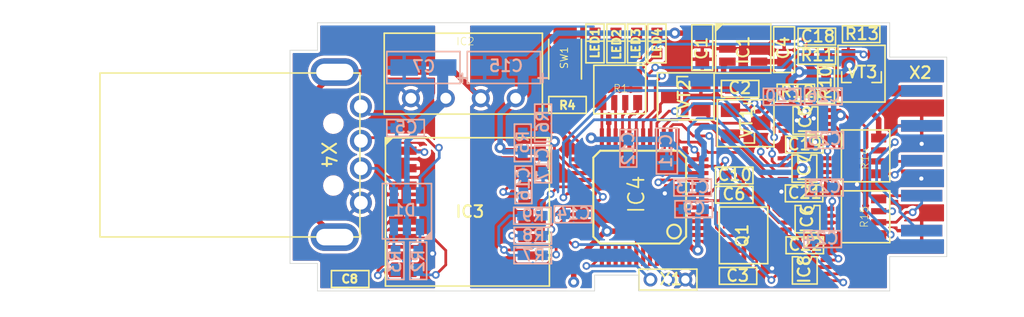
<source format=kicad_pcb>
(kicad_pcb (version 20211014) (generator pcbnew)
  (layers (0 "F.Cu" signal) (31 "B.Cu" signal) (34 "B.Paste" user) (35 "F.Paste" user) (36 "B.SilkS" user "B.Silkscreen") (37 "F.SilkS" user "F.Silkscreen") (38 "B.Mask" user) (39 "F.Mask" user) (44 "Edge.Cuts" user))
  (net 0 "")
  (net 1 "GND")
  (net 2 "+3V3")
  (net 3 "GND1")
  (net 4 "+5V")
  (net 8 "Net-(C3-Pad1)")
  (net 9 "Net-(C6-Pad1)")
  (net 10 "/RST")
  (net 12 "/ITMS_DIR")
  (net 13 "/IRST")
  (net 14 "/ITDI")
  (net 15 "/ITMS")
  (net 16 "/ITCK")
  (net 17 "/ITDO")
  (net 18 "/IRST_SENSE")
  (net 19 "Net-(C18-Pad1)")
  (net 20 "/PWR_BR")
  (net 21 "/LED0")
  (net 22 "/LED1")
  (net 23 "/LED2")
  (net 24 "Net-(IC4-Pad25)")
  (net 25 "/VBUS")
  (net 28 "Net-(IC4-Pad29)")
  (net 29 "/ITXD")
  (net 30 "/IRXD")
  (net 31 "Net-(IC4-Pad32)")
  (net 32 "Net-(IC4-Pad33)")
  (net 33 "/SWDIO")
  (net 34 "/SWCLK")
  (net 40 "Net-(D1-Pad4)")
  (net 41 "Net-(D1-Pad6)")
  (net 42 "Net-(C5-Pad1)")
  (net 43 "Net-(C2-Pad1)")
  (net 44 "Net-(C8-Pad1)")
  (net 45 "Net-(C16-Pad1)")
  (net 46 "Net-(C23-Pad1)")
  (net 47 "Net-(D1-Pad1)")
  (net 48 "Net-(D1-Pad3)")
  (net 49 "Net-(IC3-Pad6)")
  (net 50 "Net-(IC3-Pad7)")
  (net 51 "/BMP_D+")
  (net 52 "/BMP_D-")
  (net 53 "Net-(IC5-Pad6)")
  (net 54 "Net-(IC6-Pad6)")
  (net 55 "Net-(IC6-Pad7)")
  (net 56 "Net-(IC7-Pad6)")
  (net 57 "Net-(IC7-Pad7)")
  (net 58 "Net-(IC8-Pad6)")
  (net 59 "Net-(LED1-Pad1)")
  (net 60 "Net-(LED2-Pad1)")
  (net 61 "Net-(LED3-Pad1)")
  (net 62 "Net-(LED4-Pad1)")
  (net 63 "/TPWR")
  (net 64 "Net-(R12-Pad1)")
  (net 65 "/TTDO")
  (net 66 "/TTXD")
  (net 67 "/TRST")
  (net 68 "/TTMS")
  (net 69 "/TTDI")
  (net 70 "/TTCK")
  (net 71 "/TRXD")
  (footprint "BMP2_Railgun:0402" (layer "F.Cu") (at 97.225 105.4)
    (fp_text reference "C10")
    (fp_text value "0.1")
  )
  (footprint "BMP2_Railgun:0402" (layer "F.Cu") (at 97.5 112.7 180)
    (fp_text reference "C3")
    (fp_text value "22")
  )
  (footprint "BMP2_Railgun:S-PDSO-G8" (layer "F.Cu") (at 102.35 112.3)
    (fp_text reference "IC8")
    (fp_text value "74AVC2T45DCU")
  )
  (footprint "BMP2_Railgun:0402" (layer "F.Cu") (at 102.35 110.475)
    (fp_text reference "C22")
    (fp_text value "0.1")
  )
  (footprint "BMP2_Railgun:3225" (layer "F.Cu") (at 97.9 109.75 -90)
    (fp_text reference "Q1")
    (fp_text value "8MHz")
  )
  (footprint "BMP2_Railgun:0603" (layer "F.Cu") (at 94.9 96.1 -90)
    (fp_text reference "C1")
    (fp_text value "4.7u")
  )
  (footprint "BMP2_Railgun:ARRAY_0603" (layer "F.Cu") (at 88.9 99.15)
    (fp_text reference "R1")
    (fp_text value "330")
  )
  (footprint "BMP2_Railgun:4SIP" (layer "F.Cu") (at 77.525 99.785)
    (fp_text reference "IC2")
    (fp_text value "B0505S-1W")
  )
  (footprint "bmp_entropia:TQFP48" (layer "F.Cu") (at 90.35 106.975 90)
    (fp_text reference "IC4")
    (fp_text value "STM32F103CU")
  )
  (footprint "BMP2_Railgun:0402" (layer "F.Cu") (at 97.65 99.1)
    (fp_text reference "C2")
    (fp_text value "0.1")
  )
  (footprint "BMP2_Railgun:B3U-1000P" (layer "F.Cu") (at 84.925 96.945 90)
    (fp_text reference "SW1")
    (fp_text value "B3U-1000P")
  )
  (footprint "BMP2_Railgun:0402" (layer "F.Cu") (at 85.1 100.27 180)
    (fp_text reference "R4")
    (fp_text value "10k")
  )
  (footprint "BMP2_Railgun:SOT23" (layer "F.Cu") (at 93.7 99.65 90)
    (fp_text reference "VT2")
    (fp_text value "IRLML2502")
  )
  (footprint "BMP2_Railgun:LED0603" (layer "F.Cu") (at 90.125 95.8 90)
    (fp_text reference "LED3")
    (fp_text value "ORANGE")
  )
  (footprint "BMP2_Railgun:LED0603" (layer "F.Cu") (at 87.1 95.8 90)
    (fp_text reference "LED1")
    (fp_text value "GREEN")
  )
  (footprint "BMP2_Railgun:0402" (layer "F.Cu") (at 102.3 106.7)
    (fp_text reference "C21")
    (fp_text value "0.1")
  )
  (footprint "BMP2_Railgun:S-PDSO-G8" (layer "F.Cu") (at 102.55 108.575)
    (fp_text reference "IC6")
    (fp_text value "74AVC2T45DCU")
  )
  (footprint "BMP2_Railgun:0402" (layer "F.Cu") (at 101.7 99.375)
    (fp_text reference "R12")
    (fp_text value "10k")
  )
  (footprint "BMP2_Railgun:0402" (layer "F.Cu") (at 103.225 96.7)
    (fp_text reference "R11")
    (fp_text value "10k")
  )
  (footprint "BMP2_Railgun:S-PDSO-G8" (layer "F.Cu") (at 102.325 104.9)
    (fp_text reference "IC7")
    (fp_text value "74AVC2T45DCU")
  )
  (footprint "BMP2_Railgun:0402" (layer "F.Cu") (at 103.225 95.3)
    (fp_text reference "C18")
    (fp_text value "0.1")
  )
  (footprint "BMP2_Railgun:SOT23-5L" (layer "F.Cu") (at 97.875 96.175 -90)
    (fp_text reference "IC1")
    (fp_text value "LK112M33")
  )
  (footprint "BMP2_Railgun:0402" (layer "F.Cu") (at 69.3 112.925 180)
    (fp_text reference "C8")
    (fp_text value "0.1")
  )
  (footprint "BMP2_Railgun:0402" (layer "F.Cu") (at 106.45 95.125)
    (fp_text reference "R13")
    (fp_text value "10k")
  )
  (footprint "BMP2_Railgun:ARRAY_0603" (layer "F.Cu") (at 106.775 108.4 -90)
    (fp_text reference "R15")
    (fp_text value "100")
  )
  (footprint "BMP2_Railgun:ARRAY_0603" (layer "F.Cu") (at 106.775 103.975 -90)
    (fp_text reference "R14")
    (fp_text value "100")
  )
  (footprint "BMP2_Railgun:USB-A-TH_48037-0001" (layer "F.Cu") (at 70.08 103.88 -90)
    (fp_text reference "X4")
    (fp_text value "USB_A-MALE")
  )
  (footprint "BMP2_Railgun:SOT23" (layer "F.Cu") (at 98.05 101.6 -90)
    (fp_text reference "VT1")
    (fp_text value "IRLML2502")
  )
  (footprint "BMP2_Railgun:0402" (layer "F.Cu") (at 103.9 98.8 90)
    (fp_text reference "R10")
    (fp_text value "4.7k")
  )
  (footprint "BMP2_Railgun:0603" (layer "F.Cu") (at 100.85 96.25 90)
    (fp_text reference "C4")
    (fp_text value "4.7u")
  )
  (footprint "BMP2_Railgun:S-PDSO-G8" (layer "F.Cu") (at 102.4 101.4)
    (fp_text reference "IC5")
    (fp_text value "74AVC2T45DCU")
  )
  (footprint "BMP2_Railgun:LED0603" (layer "F.Cu") (at 88.625 95.8 90)
    (fp_text reference "LED2")
    (fp_text value "RED")
  )
  (footprint "BMP2_Railgun:IDC-10(FACE)" (layer "F.Cu") (at 109.58 104.33)
    (fp_text reference "X2")
    (fp_text value "TARGET SWD/JTAG")
  )
  (footprint "BMP2_Railgun:SO-16W" (layer "F.Cu") (at 77.825 108.045)
    (fp_text reference "IC3")
    (fp_text value "ADUM4160")
  )
  (footprint "BMP2_Railgun:PH1X03_1.27" (layer "F.Cu") (at 92.4 112.97)
    (fp_text reference "X1")
    (fp_text value "SWD")
  )
  (footprint "BMP2_Railgun:0402" (layer "F.Cu") (at 102.325 103.15)
    (fp_text reference "C19")
    (fp_text value "0.1")
  )
  (footprint "BMP2_Railgun:LED0603" (layer "F.Cu") (at 91.6 95.8 90)
    (fp_text reference "LED4")
    (fp_text value "YELLOW")
  )
  (footprint "BMP2_Railgun:0402" (layer "F.Cu") (at 97.225 106.8)
    (fp_text reference "C6")
    (fp_text value "22")
  )
  (footprint "BMP2_Railgun:SOT23" (layer "F.Cu") (at 106.475 98 180)
    (fp_text reference "VT3")
    (fp_text value "IRLML6402")
  )
  (footprint "BMP2_Railgun:C3216_A" (layer "B.Cu") (at 80.475 97.55)
    (fp_text reference "C15")
    (fp_text value "16u*10V")
  )
  (footprint "BMP2_Railgun:0402" (layer "B.Cu") (at 89.525 103.425 -90)
    (fp_text reference "C12")
    (fp_text value "0.1")
  )
  (footprint "BMP2_Railgun:0402" (layer "B.Cu") (at 85.5 108.225 180)
    (fp_text reference "C14")
    (fp_text value "0.1")
  )
  (footprint "BMP2_Railgun:0402" (layer "B.Cu") (at 83.325 101.575 90)
    (fp_text reference "R6")
    (fp_text value "10k")
  )
  (footprint "BMP2_Railgun:0402" (layer "B.Cu") (at 82.575 109.775)
    (fp_text reference "R8")
    (fp_text value "22")
  )
  (footprint "BMP2_Railgun:0402" (layer "B.Cu") (at 81.9 106.075 90)
    (fp_text reference "C16")
    (fp_text value "0.1")
  )
  (footprint "BMP2_Railgun:0402" (layer "B.Cu") (at 103.65 110.025 180)
    (fp_text reference "C24")
    (fp_text value "0.1")
  )
  (footprint "BMP2_Railgun:0402" (layer "B.Cu") (at 74.25 111.6 -90)
    (fp_text reference "R2")
    (fp_text value "22")
  )
  (footprint "BMP2_Railgun:0402" (layer "B.Cu") (at 82.55 108.325)
    (fp_text reference "R9")
    (fp_text value "1.5k")
  )
  (footprint "BMP2_Railgun:0402" (layer "B.Cu") (at 82.575 111.2)
    (fp_text reference "R7")
    (fp_text value "22")
  )
  (footprint "BMP2_Railgun:0603" (layer "B.Cu") (at 92.325 103.625 -90)
    (fp_text reference "C11")
    (fp_text value "1u")
  )
  (footprint "BMP2_Railgun:0402" (layer "B.Cu") (at 94.275 107.85 180)
    (fp_text reference "C9")
    (fp_text value "0.1")
  )
  (footprint "BMP2_Railgun:C3216_A" (layer "B.Cu") (at 74.625 97.55)
    (fp_text reference "C7")
    (fp_text value "16u*10V")
  )
  (footprint "BMP2_Railgun:0402" (layer "B.Cu") (at 103.775 106.275 180)
    (fp_text reference "C23")
    (fp_text value "0.1")
  )
  (footprint "BMP2_Railgun:0402" (layer "B.Cu") (at 73.325 101.95 180)
    (fp_text reference "C5")
    (fp_text value "0.1")
  )
  (footprint "BMP2_Railgun:0402" (layer "B.Cu") (at 72.6 111.6 -90)
    (fp_text reference "R3")
    (fp_text value "22")
  )
  (footprint "BMP2_Railgun:SOT23-6L" (layer "B.Cu") (at 73.425 108 180)
    (fp_text reference "D1")
    (fp_text value "USBLC6-2SC6")
  )
  (footprint "BMP2_Railgun:0402" (layer "B.Cu") (at 103.7 99.65 180)
    (fp_text reference "C26")
    (fp_text value "0.1")
  )
  (footprint "BMP2_Railgun:0402" (layer "B.Cu") (at 83.325 104.575 -90)
    (fp_text reference "C17")
    (fp_text value "0.1")
  )
  (footprint "BMP2_Railgun:0402" (layer "B.Cu") (at 81.85 103.025 90)
    (fp_text reference "R5")
    (fp_text value "4.7k")
  )
  (footprint "BMP2_Railgun:0402" (layer "B.Cu") (at 103.8 102.825 180)
    (fp_text reference "C25")
    (fp_text value "0.1")
  )
  (footprint "BMP2_Railgun:0402" (layer "B.Cu") (at 94.2 106.275 180)
    (fp_text reference "C13")
    (fp_text value "0.1")
  )
  (footprint "BMP2_Railgun:0402" (layer "B.Cu") (at 100.7 99.675 180)
    (fp_text reference "C20")
    (fp_text value "0.1")
  )
  (gr_line (start 64.925 111.795) (end 64.925 96.295) (layer "Edge.Cuts") (width 0.05))
  (gr_line (start 64.925 111.795) (end 66.925 111.795) (layer "Edge.Cuts") (width 0.05))
  (gr_line (start 112.675 111.295) (end 112.675 96.795) (layer "Edge.Cuts") (width 0.05))
  (gr_line (start 66.925 96.295) (end 66.925 94.295) (layer "Edge.Cuts") (width 0.05))
  (gr_line (start 108.525 94.295) (end 90.275 94.295) (layer "Edge.Cuts") (width 0.05))
  (gr_line (start 90.275 112.645) (end 90.275 113.795) (layer "Edge.Cuts") (width 0.05))
  (gr_line (start 66.925 111.795) (end 66.925 113.795) (layer "Edge.Cuts") (width 0.05))
  (gr_line (start 108.525 111.295) (end 108.525 113.795) (layer "Edge.Cuts") (width 0.05))
  (gr_line (start 64.925 96.295) (end 66.925 96.295) (layer "Edge.Cuts") (width 0.05))
  (gr_line (start 112.675 111.295) (end 108.525 111.295) (layer "Edge.Cuts") (width 0.05))
  (gr_line (start 87.075 94.295) (end 66.925 94.295) (layer "Edge.Cuts") (width 0.05))
  (gr_line (start 87.075 113.795) (end 87.075 112.645) (layer "Edge.Cuts") (width 0.05))
  (gr_line (start 66.925 113.795) (end 87.075 113.795) (layer "Edge.Cuts") (width 0.05))
  (gr_line (start 108.525 94.295) (end 108.525 96.795) (layer "Edge.Cuts") (width 0.05))
  (gr_line (start 108.525 96.795) (end 112.675 96.795) (layer "Edge.Cuts") (width 0.05))
  (gr_line (start 87.075 112.645) (end 90.275 112.645) (layer "Edge.Cuts") (width 0.05))
  (gr_line (start 90.275 113.795) (end 108.525 113.795) (layer "Edge.Cuts") (width 0.05))
  (gr_line (start 90.275 94.295) (end 87.075 94.295) (layer "Edge.Cuts") (width 0.05))
  (segment (start 93.495 112.97) (end 93.67 112.97) (width 0.2) (layer "F.Cu") (net 1))
  (segment (start 68.18 97.88) (end 66.65 99.41) (width 0.4) (layer "F.Cu") (net 1))
  (segment (start 76.89 97.88) (end 78.795 99.785) (width 0.4) (layer "F.Cu") (net 1))
  (segment (start 91.1 111.225) (end 91.1 110.2) (width 0.2) (layer "F.Cu") (net 1))
  (segment (start 68.18 97.88) (end 76.89 97.88) (width 0.4) (layer "F.Cu") (net 1))
  (segment (start 92.6 110.175) (end 92.6 111.225) (width 0.2) (layer "F.Cu") (net 1))
  (segment (start 91.275 110.025) (end 92.45 110.025) (width 0.2) (layer "F.Cu") (net 1))
  (segment (start 66.65 108.35) (end 68.18 109.88) (width 0.4) (layer "F.Cu") (net 1))
  (segment (start 92.6 112.075) (end 93.495 112.97) (width 0.2) (layer "F.Cu") (net 1))
  (segment (start 92.45 110.025) (end 92.6 110.175) (width 0.2) (layer "F.Cu") (net 1))
  (segment (start 101.775 101.4) (end 101.775 101.2) (width 0.2) (layer "F.Cu") (net 1))
  (segment (start 92.6 111.225) (end 92.6 112.075) (width 0.2) (layer "F.Cu") (net 1))
  (segment (start 100.8 112.125) (end 100 112.125) (width 0.2) (layer "F.Cu") (net 1))
  (segment (start 91.1 110.2) (end 91.275 110.025) (width 0.2) (layer "F.Cu") (net 1))
  (segment (start 101.775 101.65) (end 101.775 101.4) (width 0.2) (layer "F.Cu") (net 1))
  (segment (start 100.85 102.15) (end 101.275 102.15) (width 0.2) (layer "F.Cu") (net 1))
  (segment (start 101.775 101.2) (end 101.725 101.15) (width 0.2) (layer "F.Cu") (net 1))
  (segment (start 100 112.125) (end 99.975 112.15) (width 0.2) (layer "F.Cu") (net 1))
  (segment (start 101.725 101.15) (end 100.85 101.15) (width 0.2) (layer "F.Cu") (net 1))
  (segment (start 101.275 102.15) (end 101.775 101.65) (width 0.2) (layer "F.Cu") (net 1))
  (segment (start 66.65 99.41) (end 66.65 108.35) (width 0.4) (layer "F.Cu") (net 1))
  (via (at 103 101.25) (size 0.5588) (drill 0.3048) (layers "F.Cu" "B.Cu") (net 1))
  (via (at 100.65 106.575) (size 0.5588) (drill 0.3048) (layers "F.Cu" "B.Cu") (net 1))
  (via (at 101.775 101.4) (size 0.5588) (drill 0.3048) (layers "F.Cu" "B.Cu") (net 1))
  (via (at 110.825 105.625) (size 0.5588) (drill 0.3048) (layers "F.Cu" "B.Cu") (net 1))
  (via (at 103.1 102.975) (size 0.5588) (drill 0.3048) (layers "F.Cu" "B.Cu") (net 1))
  (via (at 106.15 106.05) (size 0.5588) (drill 0.3048) (layers "F.Cu" "B.Cu") (net 1))
  (via (at 99.975 112.15) (size 0.5588) (drill 0.3048) (layers "F.Cu" "B.Cu") (net 1))
  (via (at 110.85 103.1) (size 0.5588) (drill 0.3048) (layers "F.Cu" "B.Cu") (net 1))
  (via (at 92.175 106.7) (size 0.5588) (drill 0.3048) (layers "F.Cu" "B.Cu") (net 1))
  (segment (start 109.55 103.1) (end 108.15 104.5) (width 0.2) (layer "B.Cu") (net 1))
  (segment (start 108.15 105.825) (end 108.4 106.075) (width 0.2) (layer "B.Cu") (net 1))
  (segment (start 108.4 106.075) (end 110.375 106.075) (width 0.2) (layer "B.Cu") (net 1))
  (segment (start 110.85 103.1) (end 109.55 103.1) (width 0.2) (layer "B.Cu") (net 1))
  (segment (start 92.6 106.275) (end 92.175 106.7) (width 0.2) (layer "B.Cu") (net 1))
  (segment (start 108.15 104.5) (end 108.15 105.825) (width 0.2) (layer "B.Cu") (net 1))
  (segment (start 93.55 106.275) (end 92.6 106.275) (width 0.2) (layer "B.Cu") (net 1))
  (segment (start 110.375 106.075) (end 110.825 105.625) (width 0.2) (layer "B.Cu") (net 1))
  (segment (start 94.575 110.825) (end 94.325 110.825) (width 0.4) (layer "F.Cu") (net 2))
  (segment (start 101.075 107.75) (end 101.9 107.75) (width 0.2) (layer "F.Cu") (net 2))
  (segment (start 85.55 111.75) (end 87.45 109.85) (width 0.4) (layer "F.Cu") (net 2))
  (segment (start 89.75 109.5) (end 89.7 109.45) (width 0.4) (layer "F.Cu") (net 2))
  (segment (start 101.375 111.55) (end 101.7 111.225) (width 0.2) (layer "F.Cu") (net 2))
  (segment (start 100.8 111.55) (end 101.375 111.55) (width 0.2) (layer "F.Cu") (net 2))
  (segment (start 93.1 111.225) (end 93.1 109.875) (width 0.2) (layer "F.Cu") (net 2))
  (segment (start 101.7 111.225) (end 101.7 110.475) (width 0.2) (layer "F.Cu") (net 2))
  (segment (start 89.7 109.45) (end 87.975 109.45) (width 0.4) (layer "F.Cu") (net 2))
  (segment (start 93.475 109.725) (end 93.35 109.85) (width 0.2) (layer "F.Cu") (net 2))
  (segment (start 102.35 100.75) (end 102.35 101.725) (width 0.2) (layer "F.Cu") (net 2))
  (segment (start 85.55 113.15) (end 85.55 111.75) (width 0.4) (layer "F.Cu") (net 2))
  (segment (start 101.675 102.4) (end 101.7 102.375) (width 0.4) (layer "F.Cu") (net 2))
  (segment (start 104.1 109.325) (end 101.95 109.325) (width 0.2) (layer "F.Cu") (net 2))
  (segment (start 89.1 111.225) (end 89.6 111.225) (width 0.2) (layer "F.Cu") (net 2))
  (segment (start 85.75 100.27) (end 87.245 100.27) (width 0.4) (layer "F.Cu") (net 2))
  (segment (start 90.1 111.225) (end 90.1 109.5) (width 0.2) (layer "F.Cu") (net 2))
  (segment (start 102.35 101.725) (end 101.925 102.15) (width 0.2) (layer "F.Cu") (net 2))
  (segment (start 87.6 102.725) (end 87.6 100.1) (width 0.2) (layer "F.Cu") (net 2))
  (segment (start 101.675 103.15) (end 101.675 104.075) (width 0.4) (layer "F.Cu") (net 2))
  (segment (start 90.1 109.5) (end 89.75 109.5) (width 0.4) (layer "F.Cu") (net 2))
  (segment (start 92.775 109.5) (end 90.1 109.5) (width 0.4) (layer "F.Cu") (net 2))
  (segment (start 94.6 105.725) (end 91.875 105.725) (width 0.2) (layer "F.Cu") (net 2))
  (segment (start 93.1 109.875) (end 93.125 109.85) (width 0.2) (layer "F.Cu") (net 2))
  (segment (start 86.875 102.725) (end 87.6 102.725) (width 0.2) (layer "F.Cu") (net 2))
  (segment (start 94.6 109.725) (end 93.475 109.725) (width 0.2) (layer "F.Cu") (net 2))
  (segment (start 86.825 102.675) (end 86.875 102.725) (width 0.2) (layer "F.Cu") (net 2))
  (segment (start 87.975 109.45) (end 87.85 109.45) (width 0.4) (layer "F.Cu") (net 2))
  (segment (start 100.775 104.15) (end 100.85 104.075) (width 0.2) (layer "F.Cu") (net 2))
  (segment (start 101.9 110.275) (end 101.7 110.475) (width 0.4) (layer "F.Cu") (net 2))
  (segment (start 101.9 106.95) (end 101.9 107.75) (width 0.4) (layer "F.Cu") (net 2))
  (segment (start 100.85 104.075) (end 101.675 104.075) (width 0.2) (layer "F.Cu") (net 2))
  (segment (start 105.525 95.4) (end 105.525 96.9) (width 0.2) (layer "F.Cu") (net 2))
  (segment (start 101.675 104.075) (end 101.675 106.675) (width 0.4) (layer "F.Cu") (net 2))
  (segment (start 103.95 102.15) (end 101.925 102.15) (width 0.2) (layer "F.Cu") (net 2))
  (segment (start 94.325 110.825) (end 93.35 109.85) (width 0.4) (layer "F.Cu") (net 2))
  (segment (start 90.1 111.225) (end 89.6 111.225) (width 0.2) (layer "F.Cu") (net 2))
  (segment (start 101.95 109.325) (end 101.9 109.375) (width 0.2) (layer "F.Cu") (net 2))
  (segment (start 101.675 103.15) (end 101.675 102.4) (width 0.4) (layer "F.Cu") (net 2))
  (segment (start 101.675 106.675) (end 101.65 106.7) (width 0.4) (layer "F.Cu") (net 2))
  (segment (start 100.825 97.125) (end 100.85 97.1) (width 0.4) (layer "F.Cu") (net 2))
  (segment (start 100.85 97.1) (end 101.175 97.1) (width 0.4) (layer "F.Cu") (net 2))
  (segment (start 86.1 109.725) (end 87.325 109.725) (width 0.2) (layer "F.Cu") (net 2))
  (segment (start 101 107.825) (end 101.075 107.75) (width 0.2) (layer "F.Cu") (net 2))
  (segment (start 91.875 105.725) (end 91.7 105.9) (width 0.2) (layer "F.Cu") (net 2))
  (segment (start 101.925 102.15) (end 101.7 102.375) (width 0.2) (layer "F.Cu") (net 2))
  (segment (start 87.85 109.45) (end 87.45 109.85) (width 0.4) (layer "F.Cu") (net 2))
  (segment (start 101.175 97.1) (end 101.95 97.875) (width 0.4) (layer "F.Cu") (net 2))
  (segment (start 93.35 109.85) (end 93.125 109.85) (width 0.4) (layer "F.Cu") (net 2))
  (segment (start 105.8 95.125) (end 105.525 95.4) (width 0.2) (layer "F.Cu") (net 2))
  (segment (start 93.125 109.85) (end 92.775 109.5) (width 0.4) (layer "F.Cu") (net 2))
  (segment (start 101.65 106.7) (end 101.9 106.95) (width 0.4) (layer "F.Cu") (net 2))
  (segment (start 101.9 109.375) (end 101.9 110.275) (width 0.4) (layer "F.Cu") (net 2))
  (segment (start 99.025 97.125) (end 100.825 97.125) (width 0.4) (layer "F.Cu") (net 2))
  (segment (start 102.35 100.75) (end 102.25 100.65) (width 0.2) (layer "F.Cu") (net 2))
  (segment (start 87.325 109.725) (end 87.45 109.85) (width 0.2) (layer "F.Cu") (net 2))
  (segment (start 101.9 107.75) (end 101.9 109.375) (width 0.4) (layer "F.Cu") (net 2))
  (segment (start 102.25 100.65) (end 100.85 100.65) (width 0.2) (layer "F.Cu") (net 2))
  (via (at 102.15 104.9) (size 0.8) (drill 0.4) (layers "F.Cu" "B.Cu") (net 2))
  (via (at 105.6 97.4) (size 0.8) (drill 0.4) (layers "F.Cu" "B.Cu") (net 2))
  (via (at 87.975 109.45) (size 0.8) (drill 0.4) (layers "F.Cu" "B.Cu") (net 2))
  (via (at 94.575 110.825) (size 0.8) (drill 0.4) (layers "F.Cu" "B.Cu") (net 2))
  (via (at 101.95 97.875) (size 0.8) (drill 0.4) (layers "F.Cu" "B.Cu") (net 2))
  (via (at 91.7 105.9) (size 0.5588) (drill 0.3048) (layers "F.Cu" "B.Cu") (net 2))
  (via (at 102.35 100.75) (size 0.5588) (drill 0.3048) (layers "F.Cu" "B.Cu") (net 2))
  (via (at 86.825 102.675) (size 0.8) (drill 0.4) (layers "F.Cu" "B.Cu") (net 2))
  (via (at 85.55 113.15) (size 0.8) (drill 0.4) (layers "F.Cu" "B.Cu") (net 2))
  (segment (start 99.1 105.175) (end 101.7 105.175) (width 0.4) (layer "B.Cu") (net 2))
  (segment (start 102.35 100.75) (end 102.35 100.675) (width 0.2) (layer "B.Cu") (net 2))
  (segment (start 86.925 102.775) (end 86.825 102.675) (width 0.4) (layer "B.Cu") (net 2))
  (segment (start 101.95 97.875) (end 105.125 97.875) (width 0.4) (layer "B.Cu") (net 2))
  (segment (start 95.025 103.05) (end 94.55 102.575) (width 0.4) (layer "B.Cu") (net 2))
  (segment (start 94.55 102.2) (end 94.875 101.875) (width 0.4) (layer "B.Cu") (net 2))
  (segment (start 92.325 102.775) (end 92.45 102.775) (width 0.4) (layer "B.Cu") (net 2))
  (segment (start 89.525 102.775) (end 86.925 102.775) (width 0.4) (layer "B.Cu") (net 2))
  (segment (start 92.1 105.9) (end 92.575 105.425) (width 0.2) (layer "B.Cu") (net 2))
  (segment (start 101.35 98.475) (end 101.95 97.875) (width 0.4) (layer "B.Cu") (net 2))
  (segment (start 94.85 105.175) (end 94.85 104.15) (width 0.4) (layer "B.Cu") (net 2))
  (segment (start 92.575 105.425) (end 94.575 105.425) (width 0.2) (layer "B.Cu") (net 2))
  (segment (start 102.35 100.675) (end 101.35 99.675) (width 0.2) (layer "B.Cu") (net 2))
  (segment (start 91.7 105.9) (end 92.1 105.9) (width 0.2) (layer "B.Cu") (net 2))
  (segment (start 86.15 108.225) (end 86.95 108.225) (width 0.4) (layer "B.Cu") (net 2))
  (segment (start 86.95 108.225) (end 88.1 109.375) (width 0.4) (layer "B.Cu") (net 2))
  (segment (start 101.7 105.175) (end 101.875 105.175) (width 0.4) (layer "B.Cu") (net 2))
  (segment (start 94.875 101.875) (end 95.8 101.875) (width 0.4) (layer "B.Cu") (net 2))
  (segment (start 92.325 102.775) (end 89.525 102.775) (width 0.4) (layer "B.Cu") (net 2))
  (segment (start 94.575 108.2) (end 94.925 107.85) (width 0.4) (layer "B.Cu") (net 2))
  (segment (start 95.025 103.975) (end 95.025 103.05) (width 0.4) (layer "B.Cu") (net 2))
  (segment (start 94.85 105.7) (end 94.85 106.275) (width 0.4) (layer "B.Cu") (net 2))
  (segment (start 95.8 101.875) (end 99.1 105.175) (width 0.4) (layer "B.Cu") (net 2))
  (segment (start 94.55 102.575) (end 94.55 102.2) (width 0.4) (layer "B.Cu") (net 2))
  (segment (start 94.575 110.825) (end 94.575 108.2) (width 0.4) (layer "B.Cu") (net 2))
  (segment (start 101.875 105.175) (end 102.15 104.9) (width 0.4) (layer "B.Cu") (net 2))
  (segment (start 94.85 107.775) (end 94.925 107.85) (width 0.4) (layer "B.Cu") (net 2))
  (segment (start 94.85 106.275) (end 94.85 107.775) (width 0.4) (layer "B.Cu") (net 2))
  (segment (start 101.35 99.675) (end 101.35 98.475) (width 0.4) (layer "B.Cu") (net 2))
  (segment (start 94.575 105.425) (end 94.85 105.7) (width 0.2) (layer "B.Cu") (net 2))
  (segment (start 94.85 104.15) (end 95.025 103.975) (width 0.4) (layer "B.Cu") (net 2))
  (segment (start 94.85 105.175) (end 94.85 105.7) (width 0.4) (layer "B.Cu") (net 2))
  (segment (start 92.45 102.775) (end 94.85 105.175) (width 0.4) (layer "B.Cu") (net 2))
  (segment (start 105.125 97.875) (end 105.6 97.4) (width 0.4) (layer "B.Cu") (net 2))
  (via (at 75.275 111.075) (size 0.5588) (drill 0.3048) (layers "F.Cu" "B.Cu") (net 3))
  (segment (start 94.9 95.25) (end 96.7 95.25) (width 0.4) (layer "F.Cu") (net 4))
  (segment (start 99.025 95.225) (end 96.725 95.225) (width 0.4) (layer "F.Cu") (net 4))
  (segment (start 82.525 103.6) (end 80.425 103.6) (width 0.4) (layer "F.Cu") (net 4))
  (segment (start 94.8 95.25) (end 94.9 95.25) (width 0.4) (layer "F.Cu") (net 4))
  (segment (start 94.6 95.05) (end 94.8 95.25) (width 0.4) (layer "F.Cu") (net 4))
  (segment (start 80.425 103.6) (end 80.2 103.375) (width 0.4) (layer "F.Cu") (net 4))
  (segment (start 92.9 95.05) (end 94.6 95.05) (width 0.4) (layer "F.Cu") (net 4))
  (segment (start 96.7 95.25) (end 96.725 95.225) (width 0.4) (layer "F.Cu") (net 4))
  (via (at 80.2 103.375) (size 0.8) (drill 0.4) (layers "F.Cu" "B.Cu") (net 4))
  (via (at 92.9 95.05) (size 0.8) (drill 0.4) (layers "F.Cu" "B.Cu") (net 4))
  (segment (start 80.2 100.92) (end 81.335 99.785) (width 0.4) (layer "B.Cu") (net 4))
  (segment (start 80.5 103.675) (end 80.2 103.375) (width 0.4) (layer "B.Cu") (net 4))
  (segment (start 81.85 103.675) (end 83.075 103.675) (width 0.4) (layer "B.Cu") (net 4))
  (segment (start 84.375 95.05) (end 81.875 97.55) (width 0.4) (layer "B.Cu") (net 4))
  (segment (start 81.875 99.245) (end 81.335 99.785) (width 0.8) (layer "B.Cu") (net 4))
  (segment (start 83.075 103.675) (end 83.325 103.925) (width 0.4) (layer "B.Cu") (net 4))
  (segment (start 81.875 97.55) (end 81.875 99.245) (width 0.8) (layer "B.Cu") (net 4))
  (segment (start 81.85 103.675) (end 80.5 103.675) (width 0.4) (layer "B.Cu") (net 4))
  (segment (start 80.2 103.375) (end 80.2 100.92) (width 0.4) (layer "B.Cu") (net 4))
  (segment (start 92.9 95.05) (end 84.375 95.05) (width 0.4) (layer "B.Cu") (net 4))
  (segment (start 98.85 112) (end 98.15 112.7) (width 0.2) (layer "F.Cu") (net 8))
  (segment (start 97.725 109.775) (end 96.5 109.775) (width 0.2) (layer "F.Cu") (net 8))
  (segment (start 95.925 108.075) (end 95.575 107.725) (width 0.2) (layer "F.Cu") (net 8))
  (segment (start 96.5 109.775) (end 95.925 109.2) (width 0.2) (layer "F.Cu") (net 8))
  (segment (start 95.925 109.2) (end 95.925 108.075) (width 0.2) (layer "F.Cu") (net 8))
  (segment (start 95.575 107.725) (end 94.6 107.725) (width 0.2) (layer "F.Cu") (net 8))
  (segment (start 98.85 110.9) (end 97.725 109.775) (width 0.2) (layer "F.Cu") (net 8))
  (segment (start 98.85 110.9) (end 98.85 112) (width 0.2) (layer "F.Cu") (net 8))
  (segment (start 96.95 107.175) (end 96.575 106.8) (width 0.2) (layer "F.Cu") (net 9))
  (segment (start 96.15 107.225) (end 96.575 106.8) (width 0.2) (layer "F.Cu") (net 9))
  (segment (start 96.95 108.6) (end 96.95 107.175) (width 0.2) (layer "F.Cu") (net 9))
  (segment (start 94.6 107.225) (end 96.15 107.225) (width 0.2) (layer "F.Cu") (net 9))
  (segment (start 95.425 106.725) (end 95.875 106.275) (width 0.2) (layer "F.Cu") (net 10))
  (segment (start 95.875 105.875) (end 96.35 105.4) (width 0.2) (layer "F.Cu") (net 10))
  (segment (start 94.6 106.725) (end 95.425 106.725) (width 0.2) (layer "F.Cu") (net 10))
  (segment (start 96.35 105.4) (end 96.575 105.4) (width 0.2) (layer "F.Cu") (net 10))
  (segment (start 95.875 106.275) (end 95.875 105.875) (width 0.2) (layer "F.Cu") (net 10))
  (segment (start 96.575 104.3) (end 96.15 104.725) (width 0.2) (layer "F.Cu") (net 12))
  (segment (start 96.15 104.725) (end 94.6 104.725) (width 0.2) (layer "F.Cu") (net 12))
  (segment (start 103.9 113.05) (end 105.025 113.05) (width 0.2) (layer "F.Cu") (net 12))
  (segment (start 105.025 113.05) (end 105.15 113.175) (width 0.2) (layer "F.Cu") (net 12))
  (via (at 105.15 113.175) (size 0.5588) (drill 0.3048) (layers "F.Cu" "B.Cu") (net 12))
  (via (at 96.575 104.3) (size 0.5588) (drill 0.3048) (layers "F.Cu" "B.Cu") (net 12))
  (segment (start 96.575 104.3) (end 96.575 104.825) (width 0.2) (layer "B.Cu") (net 12))
  (segment (start 104.925 113.175) (end 105.15 113.175) (width 0.2) (layer "B.Cu") (net 12))
  (segment (start 96.575 104.825) (end 104.925 113.175) (width 0.2) (layer "B.Cu") (net 12))
  (segment (start 98.2 100.65) (end 98.7 100.15) (width 0.2) (layer "F.Cu") (net 13))
  (segment (start 96.95 100.65) (end 98.2 100.65) (width 0.2) (layer "F.Cu") (net 13))
  (segment (start 94.6 104.225) (end 94.6 103.8) (width 0.2) (layer "F.Cu") (net 13))
  (segment (start 94.6 103.8) (end 94.325 103.525) (width 0.2) (layer "F.Cu") (net 13))
  (via (at 98.7 100.15) (size 0.5588) (drill 0.3048) (layers "F.Cu" "B.Cu") (net 13))
  (via (at 94.325 103.525) (size 0.5588) (drill 0.3048) (layers "F.Cu" "B.Cu") (net 13))
  (segment (start 93.9 103.1) (end 93.9 101.925) (width 0.2) (layer "B.Cu") (net 13))
  (segment (start 94.55 101.275) (end 95.95 101.275) (width 0.2) (layer "B.Cu") (net 13))
  (segment (start 93.9 101.925) (end 94.55 101.275) (width 0.2) (layer "B.Cu") (net 13))
  (segment (start 95.95 101.275) (end 99.35 104.675) (width 0.2) (layer "B.Cu") (net 13))
  (segment (start 99.35 104.675) (end 100.475 104.675) (width 0.2) (layer "B.Cu") (net 13))
  (segment (start 101.475 103.675) (end 101.475 102.925) (width 0.2) (layer "B.Cu") (net 13))
  (segment (start 101.475 102.925) (end 98.7 100.15) (width 0.2) (layer "B.Cu") (net 13))
  (segment (start 100.475 104.675) (end 101.475 103.675) (width 0.2) (layer "B.Cu") (net 13))
  (segment (start 94.325 103.525) (end 93.9 103.1) (width 0.2) (layer "B.Cu") (net 13))
  (segment (start 93.35 102.975) (end 93.1 102.725) (width 0.2) (layer "F.Cu") (net 14))
  (segment (start 97.5 103.725) (end 95.325 103.725) (width 0.2) (layer "F.Cu") (net 14))
  (segment (start 101 108.825) (end 100.475 108.825) (width 0.2) (layer "F.Cu") (net 14))
  (segment (start 94.575 102.975) (end 93.35 102.975) (width 0.2) (layer "F.Cu") (net 14))
  (segment (start 99.725 108.075) (end 99.725 105.95) (width 0.2) (layer "F.Cu") (net 14))
  (segment (start 95.325 103.725) (end 94.575 102.975) (width 0.2) (layer "F.Cu") (net 14))
  (segment (start 99.725 105.95) (end 97.5 103.725) (width 0.2) (layer "F.Cu") (net 14))
  (segment (start 100.475 108.825) (end 99.725 108.075) (width 0.2) (layer "F.Cu") (net 14))
  (segment (start 100.775 112.575) (end 100.375 112.575) (width 0.2) (layer "F.Cu") (net 15))
  (segment (start 95.4 102.525) (end 94.25 102.525) (width 0.2) (layer "F.Cu") (net 15))
  (segment (start 93.425 101.7) (end 92.775 101.7) (width 0.2) (layer "F.Cu") (net 15))
  (segment (start 100.8 112.55) (end 100.775 112.575) (width 0.2) (layer "F.Cu") (net 15))
  (segment (start 100.375 112.575) (end 100.35 112.575) (width 0.2) (layer "F.Cu") (net 15))
  (segment (start 92.6 101.875) (end 92.6 102.725) (width 0.2) (layer "F.Cu") (net 15))
  (segment (start 92.775 101.7) (end 92.6 101.875) (width 0.2) (layer "F.Cu") (net 15))
  (segment (start 94.25 102.525) (end 93.425 101.7) (width 0.2) (layer "F.Cu") (net 15))
  (segment (start 100.35 112.575) (end 99.925 113) (width 0.2) (layer "F.Cu") (net 15))
  (via (at 95.4 102.525) (size 0.5588) (drill 0.3048) (layers "F.Cu" "B.Cu") (net 15))
  (via (at 99.925 113) (size 0.5588) (drill 0.3048) (layers "F.Cu" "B.Cu") (net 15))
  (segment (start 95.85 105.125) (end 95.85 108.925) (width 0.2) (layer "B.Cu") (net 15))
  (segment (start 95.85 105.125) (end 95.625 104.9) (width 0.2) (layer "B.Cu") (net 15))
  (segment (start 95.4 102.525) (end 95.625 102.75) (width 0.2) (layer "B.Cu") (net 15))
  (segment (start 95.85 108.925) (end 99.925 113) (width 0.2) (layer "B.Cu") (net 15))
  (segment (start 95.625 104.9) (end 95.625 102.75) (width 0.2) (layer "B.Cu") (net 15))
  (segment (start 92.1 102.725) (end 92.1 101.85) (width 0.2) (layer "F.Cu") (net 16))
  (segment (start 96.075 103.35) (end 97.75 103.35) (width 0.2) (layer "F.Cu") (net 16))
  (segment (start 93.9 101.325) (end 94.25 101.675) (width 0.2) (layer "F.Cu") (net 16))
  (segment (start 100.1 107.875) (end 100.55 108.325) (width 0.2) (layer "F.Cu") (net 16))
  (segment (start 94.25 101.675) (end 95.325 101.675) (width 0.2) (layer "F.Cu") (net 16))
  (segment (start 95.975 103.25) (end 96.075 103.35) (width 0.2) (layer "F.Cu") (net 16))
  (segment (start 95.325 101.675) (end 95.975 102.325) (width 0.2) (layer "F.Cu") (net 16))
  (segment (start 95.975 102.325) (end 95.975 103.25) (width 0.2) (layer "F.Cu") (net 16))
  (segment (start 92.625 101.325) (end 93.9 101.325) (width 0.2) (layer "F.Cu") (net 16))
  (segment (start 92.1 101.85) (end 92.625 101.325) (width 0.2) (layer "F.Cu") (net 16))
  (segment (start 100.55 108.325) (end 101 108.325) (width 0.2) (layer "F.Cu") (net 16))
  (segment (start 97.75 103.35) (end 100.1 105.7) (width 0.2) (layer "F.Cu") (net 16))
  (segment (start 100.1 105.7) (end 100.1 107.875) (width 0.2) (layer "F.Cu") (net 16))
  (segment (start 92.275 100.925) (end 92.475 100.725) (width 0.2) (layer "F.Cu") (net 17))
  (segment (start 91.6 102.725) (end 91.6 101.6) (width 0.2) (layer "F.Cu") (net 17))
  (segment (start 100.275 104.65) (end 100.775 104.65) (width 0.2) (layer "F.Cu") (net 17))
  (segment (start 99.975 103.825) (end 99.975 104.35) (width 0.2) (layer "F.Cu") (net 17))
  (segment (start 99.975 104.35) (end 100.275 104.65) (width 0.2) (layer "F.Cu") (net 17))
  (segment (start 91.6 101.6) (end 92.275 100.925) (width 0.2) (layer "F.Cu") (net 17))
  (segment (start 92.475 100.725) (end 92.9 100.725) (width 0.2) (layer "F.Cu") (net 17))
  (via (at 92.9 100.725) (size 0.5588) (drill 0.3048) (layers "F.Cu" "B.Cu") (net 17))
  (via (at 99.975 103.825) (size 0.5588) (drill 0.3048) (layers "F.Cu" "B.Cu") (net 17))
  (segment (start 99.975 103.825) (end 99.975 103.35) (width 0.2) (layer "B.Cu") (net 17))
  (segment (start 96.375 99.75) (end 93.875 99.75) (width 0.2) (layer "B.Cu") (net 17))
  (segment (start 93.875 99.75) (end 92.9 100.725) (width 0.2) (layer "B.Cu") (net 17))
  (segment (start 99.975 103.35) (end 96.375 99.75) (width 0.2) (layer "B.Cu") (net 17))
  (segment (start 91.85 100.225) (end 92.425 99.65) (width 0.2) (layer "F.Cu") (net 18))
  (segment (start 91.1 102.725) (end 91.175 102.65) (width 0.2) (layer "F.Cu") (net 18))
  (segment (start 91.85 100.75) (end 91.85 100.225) (width 0.2) (layer "F.Cu") (net 18))
  (segment (start 91.175 101.425) (end 91.85 100.75) (width 0.2) (layer "F.Cu") (net 18))
  (segment (start 92.425 99.65) (end 92.6 99.65) (width 0.2) (layer "F.Cu") (net 18))
  (segment (start 91.175 102.65) (end 91.175 101.425) (width 0.2) (layer "F.Cu") (net 18))
  (segment (start 91.975 98.15) (end 91.475 98.65) (width 0.2) (layer "F.Cu") (net 19))
  (segment (start 91.475 98.65) (end 91.475 100.625) (width 0.2) (layer "F.Cu") (net 19))
  (segment (start 90.6 102.725) (end 90.65 102.675) (width 0.2) (layer "F.Cu") (net 19))
  (segment (start 102.575 96.6) (end 103.9 97.925) (width 0.2) (layer "F.Cu") (net 19))
  (segment (start 102.575 95.9) (end 101.875 95.9) (width 0.2) (layer "F.Cu") (net 19))
  (segment (start 90.6 101.5) (end 90.6 102.725) (width 0.2) (layer "F.Cu") (net 19))
  (segment (start 103.9 97.925) (end 103.9 98.15) (width 0.2) (layer "F.Cu") (net 19))
  (segment (start 102.575 95.9) (end 102.575 96.6) (width 0.2) (layer "F.Cu") (net 19))
  (segment (start 102.575 95.9) (end 102.575 95.175) (width 0.2) (layer "F.Cu") (net 19))
  (segment (start 91.475 100.625) (end 90.6 101.5) (width 0.2) (layer "F.Cu") (net 19))
  (via (at 102.075 95.85) (size 0.5588) (drill 0.3048) (layers "F.Cu" "B.Cu") (net 19))
  (via (at 91.975 98.15) (size 0.5588) (drill 0.3048) (layers "F.Cu" "B.Cu") (net 19))
  (segment (start 91.975 98.15) (end 91 98.15) (width 0.2) (layer "B.Cu") (net 19))
  (segment (start 90.425 97.175) (end 91.75 95.85) (width 0.2) (layer "B.Cu") (net 19))
  (segment (start 91.75 95.85) (end 102.075 95.85) (width 0.2) (layer "B.Cu") (net 19))
  (segment (start 90.425 97.575) (end 90.425 97.175) (width 0.2) (layer "B.Cu") (net 19))
  (segment (start 91 98.15) (end 90.425 97.575) (width 0.2) (layer "B.Cu") (net 19))
  (segment (start 90.85 98.175) (end 90.85 100.7) (width 0.2) (layer "F.Cu") (net 20))
  (segment (start 90.85 100.7) (end 90.1 101.45) (width 0.2) (layer "F.Cu") (net 20))
  (segment (start 107.1 96.575) (end 107.425 96.9) (width 0.2) (layer "F.Cu") (net 20))
  (segment (start 107.125 96.6) (end 106.625 96.6) (width 0.2) (layer "F.Cu") (net 20))
  (segment (start 91.475 97.55) (end 90.85 98.175) (width 0.2) (layer "F.Cu") (net 20))
  (segment (start 107.1 95.125) (end 107.1 96.575) (width 0.2) (layer "F.Cu") (net 20))
  (segment (start 107.425 96.9) (end 107.125 96.6) (width 0.2) (layer "F.Cu") (net 20))
  (segment (start 90.1 101.45) (end 90.1 102.725) (width 0.2) (layer "F.Cu") (net 20))
  (via (at 91.475 97.55) (size 0.5588) (drill 0.3048) (layers "F.Cu" "B.Cu") (net 20))
  (via (at 106.625 96.6) (size 0.5588) (drill 0.3048) (layers "F.Cu" "B.Cu") (net 20))
  (segment (start 91.475 97.55) (end 100.675 97.55) (width 0.2) (layer "B.Cu") (net 20))
  (segment (start 106.425 96.4) (end 106.625 96.6) (width 0.2) (layer "B.Cu") (net 20))
  (segment (start 101.825 96.4) (end 106.425 96.4) (width 0.2) (layer "B.Cu") (net 20))
  (segment (start 100.675 97.55) (end 101.825 96.4) (width 0.2) (layer "B.Cu") (net 20))
  (segment (start 89.825 100.925) (end 90.025 100.925) (width 0.2) (layer "F.Cu") (net 21))
  (segment (start 89.6 102.725) (end 89.6 101.15) (width 0.2) (layer "F.Cu") (net 21))
  (segment (start 90.2 100.75) (end 90.2 100.1) (width 0.2) (layer "F.Cu") (net 21))
  (segment (start 90.025 100.925) (end 90.2 100.75) (width 0.2) (layer "F.Cu") (net 21))
  (segment (start 89.6 101.15) (end 89.825 100.925) (width 0.2) (layer "F.Cu") (net 21))
  (segment (start 89.3 100.85) (end 89.3 100.1) (width 0.2) (layer "F.Cu") (net 22))
  (segment (start 89.1 101.05) (end 89.3 100.85) (width 0.2) (layer "F.Cu") (net 22))
  (segment (start 89.1 102.725) (end 89.1 101.05) (width 0.2) (layer "F.Cu") (net 22))
  (segment (start 88.6 100.2) (end 88.5 100.1) (width 0.2) (layer "F.Cu") (net 23))
  (segment (start 88.6 102.725) (end 88.6 100.2) (width 0.2) (layer "F.Cu") (net 23))
  (segment (start 84.925 98.645) (end 84.925 99.795) (width 0.2) (layer "F.Cu") (net 24))
  (segment (start 84.45 101.5) (end 84.45 100.27) (width 0.2) (layer "F.Cu") (net 24))
  (segment (start 86.1 103.15) (end 84.45 101.5) (width 0.2) (layer "F.Cu") (net 24))
  (segment (start 84.925 99.795) (end 84.45 100.27) (width 0.2) (layer "F.Cu") (net 24))
  (segment (start 86.1 104.225) (end 86.1 103.15) (width 0.2) (layer "F.Cu") (net 24))
  (segment (start 84.15 103.65) (end 85.225 104.725) (width 0.2) (layer "F.Cu") (net 25))
  (segment (start 84.15 102.925) (end 84.15 103.65) (width 0.2) (layer "F.Cu") (net 25))
  (segment (start 85.225 104.725) (end 86.1 104.725) (width 0.2) (layer "F.Cu") (net 25))
  (via (at 84.15 102.925) (size 0.8) (drill 0.4) (layers "F.Cu" "B.Cu") (net 25))
  (segment (start 81.85 102.375) (end 83.175 102.375) (width 0.4) (layer "B.Cu") (net 25))
  (segment (start 83.45 102.225) (end 83.325 102.225) (width 0.4) (layer "B.Cu") (net 25))
  (segment (start 84.15 102.925) (end 83.45 102.225) (width 0.4) (layer "B.Cu") (net 25))
  (segment (start 83.175 102.375) (end 83.325 102.225) (width 0.4) (layer "B.Cu") (net 25))
  (segment (start 83.875 106.75) (end 84.4 106.225) (width 0.2) (layer "F.Cu") (net 28))
  (segment (start 84.4 106.225) (end 86.1 106.225) (width 0.2) (layer "F.Cu") (net 28))
  (via (at 83.875 106.75) (size 0.5588) (drill 0.3048) (layers "F.Cu" "B.Cu") (net 28))
  (segment (start 83.875 106.75) (end 83.2 107.425) (width 0.2) (layer "B.Cu") (net 28))
  (segment (start 83.2 107.425) (end 83.2 108.325) (width 0.2) (layer "B.Cu") (net 28))
  (segment (start 100.4 101.65) (end 100.85 101.65) (width 0.2) (layer "F.Cu") (net 29))
  (segment (start 100.125 102.625) (end 100.125 101.925) (width 0.2) (layer "F.Cu") (net 29))
  (segment (start 85.075 106.725) (end 86.1 106.725) (width 0.2) (layer "F.Cu") (net 29))
  (segment (start 100.125 101.925) (end 100.4 101.65) (width 0.2) (layer "F.Cu") (net 29))
  (segment (start 84.8 107) (end 85.075 106.725) (width 0.2) (layer "F.Cu") (net 29))
  (via (at 84.8 107) (size 0.5588) (drill 0.3048) (layers "F.Cu" "B.Cu") (net 29))
  (via (at 100.125 102.625) (size 0.5588) (drill 0.3048) (layers "F.Cu" "B.Cu") (net 29))
  (segment (start 84.8 103.025) (end 84.8 107) (width 0.2) (layer "B.Cu") (net 29))
  (segment (start 96.925 99.225) (end 88.6 99.225) (width 0.2) (layer "B.Cu") (net 29))
  (segment (start 100.025 102.525) (end 100.025 102.325) (width 0.2) (layer "B.Cu") (net 29))
  (segment (start 100.025 102.325) (end 96.925 99.225) (width 0.2) (layer "B.Cu") (net 29))
  (segment (start 88.6 99.225) (end 84.8 103.025) (width 0.2) (layer "B.Cu") (net 29))
  (segment (start 100.125 102.625) (end 100.025 102.525) (width 0.2) (layer "B.Cu") (net 29))
  (segment (start 99.15 104.025) (end 99.15 103.675) (width 0.2) (layer "F.Cu") (net 30))
  (segment (start 100.275 105.15) (end 99.525 104.4) (width 0.2) (layer "F.Cu") (net 30))
  (segment (start 99.525 104.4) (end 99.15 104.025) (width 0.2) (layer "F.Cu") (net 30))
  (segment (start 86.1 107.225) (end 87.4 107.225) (width 0.2) (layer "F.Cu") (net 30))
  (segment (start 100.775 105.15) (end 100.275 105.15) (width 0.2) (layer "F.Cu") (net 30))
  (segment (start 87.4 107.225) (end 87.675 106.95) (width 0.2) (layer "F.Cu") (net 30))
  (via (at 99.15 103.675) (size 0.5588) (drill 0.3048) (layers "F.Cu" "B.Cu") (net 30))
  (via (at 87.675 106.95) (size 0.5588) (drill 0.3048) (layers "F.Cu" "B.Cu") (net 30))
  (segment (start 99.15 103.05) (end 99.15 103.675) (width 0.2) (layer "B.Cu") (net 30))
  (segment (start 87.025 101.35) (end 93.1 101.35) (width 0.2) (layer "B.Cu") (net 30))
  (segment (start 85.3 104.575) (end 85.3 103.075) (width 0.2) (layer "B.Cu") (net 30))
  (segment (start 85.3 103.075) (end 87.025 101.35) (width 0.2) (layer "B.Cu") (net 30))
  (segment (start 93.1 101.35) (end 94.275 100.175) (width 0.2) (layer "B.Cu") (net 30))
  (segment (start 87.675 106.95) (end 85.3 104.575) (width 0.2) (layer "B.Cu") (net 30))
  (segment (start 96.275 100.175) (end 99.15 103.05) (width 0.2) (layer "B.Cu") (net 30))
  (segment (start 94.275 100.175) (end 96.275 100.175) (width 0.2) (layer "B.Cu") (net 30))
  (segment (start 83.925 108.55) (end 84.825 107.65) (width 0.2) (layer "F.Cu") (net 31))
  (segment (start 83.925 109.325) (end 83.925 108.55) (width 0.2) (layer "F.Cu") (net 31))
  (segment (start 84.825 107.65) (end 86.025 107.65) (width 0.2) (layer "F.Cu") (net 31))
  (segment (start 86.025 107.65) (end 86.1 107.725) (width 0.2) (layer "F.Cu") (net 31))
  (via (at 83.925 109.325) (size 0.5588) (drill 0.3048) (layers "F.Cu" "B.Cu") (net 31))
  (segment (start 83.925 109.325) (end 83.475 109.775) (width 0.2) (layer "B.Cu") (net 31))
  (segment (start 83.475 109.775) (end 83.225 109.775) (width 0.2) (layer "B.Cu") (net 31))
  (segment (start 84.525 109.675) (end 84.525 108.9) (width 0.2) (layer "F.Cu") (net 32))
  (segment (start 84.525 108.9) (end 85.2 108.225) (width 0.2) (layer "F.Cu") (net 32))
  (segment (start 85.2 108.225) (end 86.1 108.225) (width 0.2) (layer "F.Cu") (net 32))
  (segment (start 84.275 111.15) (end 84.275 109.925) (width 0.2) (layer "F.Cu") (net 32))
  (segment (start 84.275 109.925) (end 84.525 109.675) (width 0.2) (layer "F.Cu") (net 32))
  (via (at 84.275 111.15) (size 0.5588) (drill 0.3048) (layers "F.Cu" "B.Cu") (net 32))
  (segment (start 83.225 111.2) (end 84.225 111.2) (width 0.2) (layer "B.Cu") (net 32))
  (segment (start 84.225 111.2) (end 84.275 111.15) (width 0.2) (layer "B.Cu") (net 32))
  (segment (start 86.1 108.725) (end 85.325 108.725) (width 0.2) (layer "F.Cu") (net 33))
  (segment (start 85.325 108.725) (end 84.975 109.075) (width 0.2) (layer "F.Cu") (net 33))
  (segment (start 84.975 109.075) (end 84.975 109.95) (width 0.2) (layer "F.Cu") (net 33))
  (segment (start 84.975 109.95) (end 85.425 110.4) (width 0.2) (layer "F.Cu") (net 33))
  (segment (start 85.45 110.425) (end 85.675 110.425) (width 0.2) (layer "F.Cu") (net 33))
  (segment (start 85.425 110.4) (end 85.45 110.425) (width 0.2) (layer "F.Cu") (net 33))
  (via (at 85.675 110.425) (size 0.5588) (drill 0.3048) (layers "F.Cu" "B.Cu") (net 33))
  (segment (start 85.675 110.425) (end 89.855 110.425) (width 0.2) (layer "B.Cu") (net 33))
  (segment (start 89.855 110.425) (end 92.4 112.97) (width 0.2) (layer "B.Cu") (net 33))
  (segment (start 86.85 111.975) (end 86.475 111.975) (width 0.2) (layer "F.Cu") (net 34))
  (segment (start 87.6 111.225) (end 86.85 111.975) (width 0.2) (layer "F.Cu") (net 34))
  (via (at 86.475 111.975) (size 0.5588) (drill 0.3048) (layers "F.Cu" "B.Cu") (net 34))
  (segment (start 86.475 111.975) (end 90.135 111.975) (width 0.2) (layer "B.Cu") (net 34))
  (segment (start 90.135 111.975) (end 91.13 112.97) (width 0.2) (layer "B.Cu") (net 34))
  (segment (start 72.475 106.125) (end 71.23 104.88) (width 0.2) (layer "B.Cu") (net 40))
  (segment (start 72.475 106.85) (end 72.475 106.125) (width 0.2) (layer "B.Cu") (net 40))
  (segment (start 71.23 104.88) (end 70.08 104.88) (width 0.2) (layer "B.Cu") (net 40))
  (segment (start 75.75 103.375) (end 75.525 103.375) (width 0.2) (layer "F.Cu") (net 41))
  (segment (start 75.525 103.375) (end 74.8 102.65) (width 0.2) (layer "F.Cu") (net 41))
  (segment (start 74.8 102.65) (end 70.31 102.65) (width 0.2) (layer "F.Cu") (net 41))
  (segment (start 70.31 102.65) (end 70.08 102.88) (width 0.2) (layer "F.Cu") (net 41))
  (via (at 75.75 103.375) (size 0.5588) (drill 0.3048) (layers "F.Cu" "B.Cu") (net 41))
  (segment (start 75.775 103.4) (end 75.775 104.125) (width 0.2) (layer "B.Cu") (net 41))
  (segment (start 75.775 104.125) (end 74.375 105.525) (width 0.2) (layer "B.Cu") (net 41))
  (segment (start 75.75 103.375) (end 75.775 103.4) (width 0.2) (layer "B.Cu") (net 41))
  (segment (start 74.375 105.525) (end 74.375 106.85) (width 0.2) (layer "B.Cu") (net 41))
  (segment (start 73.125 103.6) (end 74.6 103.6) (width 0.2) (layer "F.Cu") (net 42))
  (segment (start 74.6 103.6) (end 74.7 103.7) (width 0.2) (layer "F.Cu") (net 42))
  (via (at 74.7 103.7) (size 0.5588) (drill 0.3048) (layers "F.Cu" "B.Cu") (net 42))
  (segment (start 70.65 100.95) (end 72.975 100.95) (width 0.2) (layer "B.Cu") (net 42))
  (segment (start 74.2 103.7) (end 73.425 102.925) (width 0.2) (layer "B.Cu") (net 42))
  (segment (start 76.025 97.55) (end 76.025 99.555) (width 0.8) (layer "B.Cu") (net 42))
  (segment (start 73.425 106.85) (end 73.425 102.925) (width 0.4) (layer "B.Cu") (net 42))
  (segment (start 76.025 99.555) (end 76.255 99.785) (width 0.8) (layer "B.Cu") (net 42))
  (segment (start 74.09 101.95) (end 76.255 99.785) (width 0.8) (layer "B.Cu") (net 42))
  (segment (start 73.975 102.375) (end 73.975 101.95) (width 0.4) (layer "B.Cu") (net 42))
  (segment (start 73.425 102.925) (end 73.975 102.375) (width 0.4) (layer "B.Cu") (net 42))
  (segment (start 72.975 100.95) (end 73.975 101.95) (width 0.2) (layer "B.Cu") (net 42))
  (segment (start 74.7 103.7) (end 74.2 103.7) (width 0.2) (layer "B.Cu") (net 42))
  (segment (start 70.08 100.38) (end 70.65 100.95) (width 0.2) (layer "B.Cu") (net 42))
  (segment (start 73.975 101.95) (end 74.09 101.95) (width 0.8) (layer "B.Cu") (net 42))
  (segment (start 96.725 97.125) (end 96.45 97.4) (width 0.4) (layer "F.Cu") (net 43))
  (segment (start 96.45 97.4) (end 96.45 99.2) (width 0.4) (layer "F.Cu") (net 43))
  (segment (start 73.125 108.68) (end 73.125 107.41) (width 0.2) (layer "F.Cu") (net 44))
  (segment (start 69.95 112.925) (end 71.65 111.225) (width 0.2) (layer "F.Cu") (net 44))
  (segment (start 72.195 108.68) (end 73.125 108.68) (width 0.2) (layer "F.Cu") (net 44))
  (segment (start 73.125 106.14) (end 73.125 107.41) (width 0.2) (layer "F.Cu") (net 44))
  (segment (start 71.65 109.225) (end 72.195 108.68) (width 0.2) (layer "F.Cu") (net 44))
  (segment (start 71.65 111.225) (end 71.65 109.225) (width 0.2) (layer "F.Cu") (net 44))
  (segment (start 80.885 106.14) (end 82.525 106.14) (width 0.2) (layer "F.Cu") (net 45))
  (segment (start 82.525 107.41) (end 82.525 108.68) (width 0.2) (layer "F.Cu") (net 45))
  (segment (start 80.425 106.6) (end 80.885 106.14) (width 0.2) (layer "F.Cu") (net 45))
  (segment (start 82.525 107.41) (end 82.525 106.14) (width 0.2) (layer "F.Cu") (net 45))
  (via (at 80.425 106.6) (size 0.5588) (drill 0.3048) (layers "F.Cu" "B.Cu") (net 45))
  (segment (start 81.9 106.725) (end 80.55 106.725) (width 0.2) (layer "B.Cu") (net 45))
  (segment (start 80.55 106.725) (end 80.425 106.6) (width 0.2) (layer "B.Cu") (net 45))
  (segment (start 105.825 102.675) (end 105.525 102.375) (width 0.2) (layer "F.Cu") (net 46))
  (segment (start 104 103.625) (end 104 104.025) (width 0.2) (layer "F.Cu") (net 46))
  (segment (start 104.35 107.575) (end 104.35 107.275) (width 0.2) (layer "F.Cu") (net 46))
  (segment (start 105.525 102.375) (end 105.525 101.25) (width 0.2) (layer "F.Cu") (net 46))
  (segment (start 103.9 111.55) (end 104.7 111.55) (width 0.2) (layer "F.Cu") (net 46))
  (segment (start 104 104.025) (end 103.875 104.15) (width 0.2) (layer "F.Cu") (net 46))
  (segment (start 104.925 100.65) (end 103.95 100.65) (width 0.2) (layer "F.Cu") (net 46))
  (segment (start 104.1 107.825) (end 104.35 107.575) (width 0.2) (layer "F.Cu") (net 46))
  (segment (start 105.525 101.25) (end 104.925 100.65) (width 0.2) (layer "F.Cu") (net 46))
  (segment (start 104.7 111.55) (end 104.8 111.45) (width 0.2) (layer "F.Cu") (net 46))
  (via (at 104.8 111.45) (size 0.5588) (drill 0.3048) (layers "F.Cu" "B.Cu") (net 46))
  (via (at 104 103.625) (size 0.5588) (drill 0.3048) (layers "F.Cu" "B.Cu") (net 46))
  (via (at 104.95 101.025) (size 0.8) (drill 0.4) (layers "F.Cu" "B.Cu") (net 46))
  (via (at 104.35 107.275) (size 0.5588) (drill 0.3048) (layers "F.Cu" "B.Cu") (net 46))
  (segment (start 104.95 101.025) (end 104.45 101.525) (width 0.4) (layer "B.Cu") (net 46))
  (segment (start 104.45 101.525) (end 104.45 102.825) (width 0.4) (layer "B.Cu") (net 46))
  (segment (start 104.35 99.65) (end 104.45 99.75) (width 0.4) (layer "B.Cu") (net 46))
  (segment (start 104.3 107.325) (end 104.35 107.275) (width 0.2) (layer "B.Cu") (net 46))
  (segment (start 104 105.85) (end 104.425 106.275) (width 0.2) (layer "B.Cu") (net 46))
  (segment (start 104.3 110.025) (end 104.3 107.325) (width 0.2) (layer "B.Cu") (net 46))
  (segment (start 104.35 107.275) (end 104.35 106.35) (width 0.2) (layer "B.Cu") (net 46))
  (segment (start 104 103.625) (end 104 103.275) (width 0.2) (layer "B.Cu") (net 46))
  (segment (start 104.35 106.35) (end 104.425 106.275) (width 0.2) (layer "B.Cu") (net 46))
  (segment (start 104 103.275) (end 104.45 102.825) (width 0.2) (layer "B.Cu") (net 46))
  (segment (start 104 103.625) (end 104 105.85) (width 0.2) (layer "B.Cu") (net 46))
  (segment (start 104.8 111.45) (end 104.3 110.95) (width 0.2) (layer "B.Cu") (net 46))
  (segment (start 104.45 99.75) (end 104.45 102.825) (width 0.4) (layer "B.Cu") (net 46))
  (segment (start 104.3 110.95) (end 104.3 110.025) (width 0.2) (layer "B.Cu") (net 46))
  (segment (start 74.375 110.825) (end 74.25 110.95) (width 0.2) (layer "B.Cu") (net 47))
  (segment (start 74.375 109.15) (end 74.375 110.825) (width 0.2) (layer "B.Cu") (net 47))
  (segment (start 72.475 109.15) (end 72.475 110.825) (width 0.2) (layer "B.Cu") (net 48))
  (segment (start 72.475 110.825) (end 72.6 110.95) (width 0.2) (layer "B.Cu") (net 48))
  (segment (start 73.125 109.95) (end 75.35 109.95) (width 0.2) (layer "F.Cu") (net 49))
  (segment (start 76.25 110.85) (end 76.25 111.9) (width 0.2) (layer "F.Cu") (net 49))
  (segment (start 76.25 111.9) (end 75.525 112.625) (width 0.2) (layer "F.Cu") (net 49))
  (segment (start 75.35 109.95) (end 76.25 110.85) (width 0.2) (layer "F.Cu") (net 49))
  (via (at 75.525 112.625) (size 0.5588) (drill 0.3048) (layers "F.Cu" "B.Cu") (net 49))
  (segment (start 74.25 112.25) (end 74.625 112.625) (width 0.2) (layer "B.Cu") (net 49))
  (segment (start 74.625 112.625) (end 75.525 112.625) (width 0.2) (layer "B.Cu") (net 49))
  (segment (start 71.3125 112.3125) (end 71.3125 112.6625) (width 0.2) (layer "F.Cu") (net 50))
  (segment (start 72.405 111.22) (end 71.3125 112.3125) (width 0.2) (layer "F.Cu") (net 50))
  (segment (start 73.125 111.22) (end 72.405 111.22) (width 0.2) (layer "F.Cu") (net 50))
  (via (at 71.3125 112.6625) (size 0.5588) (drill 0.3048) (layers "F.Cu" "B.Cu") (net 50))
  (segment (start 71.725 112.25) (end 71.3125 112.6625) (width 0.2) (layer "B.Cu") (net 50))
  (segment (start 71.3125 112.6625) (end 71.275 112.7) (width 0.2) (layer "B.Cu") (net 50))
  (segment (start 72.6 112.25) (end 71.725 112.25) (width 0.2) (layer "B.Cu") (net 50))
  (segment (start 80.4875 110.8125) (end 82.1175 110.8125) (width 0.2) (layer "F.Cu") (net 51))
  (segment (start 82.1175 110.8125) (end 82.525 111.22) (width 0.2) (layer "F.Cu") (net 51))
  (via (at 80.4875 110.8125) (size 0.5588) (drill 0.3048) (layers "F.Cu" "B.Cu") (net 51))
  (segment (start 80.9 108.325) (end 80.1 109.125) (width 0.2) (layer "B.Cu") (net 51))
  (segment (start 80.1 110.425) (end 80.4875 110.8125) (width 0.2) (layer "B.Cu") (net 51))
  (segment (start 80.4875 110.8125) (end 80.875 111.2) (width 0.2) (layer "B.Cu") (net 51))
  (segment (start 80.875 111.2) (end 81.925 111.2) (width 0.2) (layer "B.Cu") (net 51))
  (segment (start 80.1 109.125) (end 80.1 110.425) (width 0.2) (layer "B.Cu") (net 51))
  (segment (start 81.9 108.325) (end 80.9 108.325) (width 0.2) (layer "B.Cu") (net 51))
  (segment (start 82.35 109.775) (end 82.525 109.95) (width 0.2) (layer "F.Cu") (net 52))
  (segment (start 81.075 109.775) (end 82.35 109.775) (width 0.2) (layer "F.Cu") (net 52))
  (via (at 81.075 109.775) (size 0.5588) (drill 0.3048) (layers "F.Cu" "B.Cu") (net 52))
  (segment (start 81.925 109.775) (end 81.075 109.775) (width 0.2) (layer "B.Cu") (net 52))
  (segment (start 105.825 104.375) (end 105.35 104.375) (width 0.2) (layer "F.Cu") (net 53))
  (segment (start 104.875 102.125) (end 104.4 101.65) (width 0.2) (layer "F.Cu") (net 53))
  (segment (start 104.4 101.65) (end 103.95 101.65) (width 0.2) (layer "F.Cu") (net 53))
  (segment (start 105.35 104.375) (end 104.875 103.9) (width 0.2) (layer "F.Cu") (net 53))
  (segment (start 104.875 103.9) (end 104.875 102.125) (width 0.2) (layer "F.Cu") (net 53))
  (segment (start 105.8 108.825) (end 105.825 108.8) (width 0.2) (layer "F.Cu") (net 54))
  (segment (start 104.1 108.825) (end 105.8 108.825) (width 0.2) (layer "F.Cu") (net 54))
  (segment (start 104.975 108.325) (end 105.3 108) (width 0.2) (layer "F.Cu") (net 55))
  (segment (start 105.3 108) (end 105.825 108) (width 0.2) (layer "F.Cu") (net 55))
  (segment (start 104.1 108.325) (end 104.975 108.325) (width 0.2) (layer "F.Cu") (net 55))
  (segment (start 104.45 105.15) (end 105.825 106.525) (width 0.2) (layer "F.Cu") (net 56))
  (segment (start 103.875 105.15) (end 104.45 105.15) (width 0.2) (layer "F.Cu") (net 56))
  (segment (start 105.825 106.525) (end 105.825 107.1) (width 0.2) (layer "F.Cu") (net 56))
  (segment (start 105.825 105.275) (end 105.375 105.275) (width 0.2) (layer "F.Cu") (net 57))
  (segment (start 105.375 105.275) (end 104.75 104.65) (width 0.2) (layer "F.Cu") (net 57))
  (segment (start 104.75 104.65) (end 103.875 104.65) (width 0.2) (layer "F.Cu") (net 57))
  (segment (start 105.2 112.55) (end 105.825 111.925) (width 0.2) (layer "F.Cu") (net 58))
  (segment (start 103.9 112.55) (end 105.2 112.55) (width 0.2) (layer "F.Cu") (net 58))
  (segment (start 105.825 111.925) (end 105.825 109.7) (width 0.2) (layer "F.Cu") (net 58))
  (segment (start 87.1 97.425) (end 87.875 98.2) (width 0.2) (layer "F.Cu") (net 59))
  (segment (start 87.1 96.55) (end 87.1 97.425) (width 0.2) (layer "F.Cu") (net 59))
  (segment (start 88.625 96.55) (end 88.625 98.05) (width 0.2) (layer "F.Cu") (net 60))
  (segment (start 88.625 98.05) (end 88.775 98.2) (width 0.2) (layer "F.Cu") (net 60))
  (segment (start 90.125 96.875) (end 89.575 97.425) (width 0.2) (layer "F.Cu") (net 61))
  (segment (start 89.575 97.425) (end 89.575 98.2) (width 0.2) (layer "F.Cu") (net 61))
  (segment (start 90.125 96.55) (end 90.125 96.875) (width 0.2) (layer "F.Cu") (net 61))
  (segment (start 90.2125 97.9375) (end 91.6 96.55) (width 0.2) (layer "F.Cu") (net 62))
  (segment (start 90.475 98.2) (end 90.2125 97.9375) (width 0.2) (layer "F.Cu") (net 62))
  (segment (start 106.125 99.45) (end 106.475 99.1) (width 0.4) (layer "F.Cu") (net 63))
  (segment (start 106.475 100.075) (end 107.725 101.325) (width 0.4) (layer "F.Cu") (net 63))
  (segment (start 103.825 99.375) (end 103.9 99.45) (width 0.4) (layer "F.Cu") (net 63))
  (segment (start 110.85 99.25) (end 106.625 99.25) (width 0.8) (layer "F.Cu") (net 63))
  (segment (start 107.725 101.325) (end 107.725 102.675) (width 0.4) (layer "F.Cu") (net 63))
  (segment (start 106.475 99.1) (end 106.475 100.075) (width 0.4) (layer "F.Cu") (net 63))
  (segment (start 106.625 99.25) (end 106.475 99.1) (width 0.8) (layer "F.Cu") (net 63))
  (segment (start 102.35 99.375) (end 103.825 99.375) (width 0.4) (layer "F.Cu") (net 63))
  (segment (start 103.9 99.45) (end 106.125 99.45) (width 0.4) (layer "F.Cu") (net 63))
  (segment (start 99.15 101.6) (end 99.15 101.275) (width 0.2) (layer "F.Cu") (net 64))
  (segment (start 95.8 101.6) (end 94.8 100.6) (width 0.2) (layer "F.Cu") (net 64))
  (segment (start 106.875 101.975) (end 105.1 100.2) (width 0.2) (layer "F.Cu") (net 64))
  (segment (start 105.825 103.575) (end 106.65 103.575) (width 0.2) (layer "F.Cu") (net 64))
  (segment (start 101.05 99.8) (end 101.05 99.375) (width 0.2) (layer "F.Cu") (net 64))
  (segment (start 101.475 100.225) (end 101.05 99.8) (width 0.2) (layer "F.Cu") (net 64))
  (segment (start 99.15 101.275) (end 100.2 100.225) (width 0.2) (layer "F.Cu") (net 64))
  (segment (start 106.875 103.35) (end 106.875 101.975) (width 0.2) (layer "F.Cu") (net 64))
  (segment (start 101.5 100.2) (end 101.475 100.225) (width 0.2) (layer "F.Cu") (net 64))
  (segment (start 99.15 101.6) (end 95.8 101.6) (width 0.2) (layer "F.Cu") (net 64))
  (segment (start 106.65 103.575) (end 106.875 103.35) (width 0.2) (layer "F.Cu") (net 64))
  (segment (start 100.2 100.225) (end 101.475 100.225) (width 0.2) (layer "F.Cu") (net 64))
  (segment (start 105.1 100.2) (end 101.5 100.2) (width 0.2) (layer "F.Cu") (net 64))
  (segment (start 108.825 105.275) (end 108.9 105.35) (width 0.2) (layer "F.Cu") (net 65))
  (segment (start 107.725 105.275) (end 108.825 105.275) (width 0.2) (layer "F.Cu") (net 65))
  (via (at 108.9 105.35) (size 0.5588) (drill 0.3048) (layers "F.Cu" "B.Cu") (net 65))
  (segment (start 110.85 104.33) (end 109.92 104.33) (width 0.2) (layer "B.Cu") (net 65))
  (segment (start 109.92 104.33) (end 108.9 105.35) (width 0.2) (layer "B.Cu") (net 65))
  (segment (start 107.725 104.375) (end 110.805 104.375) (width 0.2) (layer "F.Cu") (net 66))
  (segment (start 110.805 104.375) (end 110.85 104.33) (width 0.2) (layer "F.Cu") (net 66))
  (segment (start 108.3 103.575) (end 107.725 103.575) (width 0.2) (layer "F.Cu") (net 67))
  (segment (start 108.9 102.975) (end 108.3 103.575) (width 0.2) (layer "F.Cu") (net 67))
  (via (at 108.9 102.975) (size 0.5588) (drill 0.3048) (layers "F.Cu" "B.Cu") (net 67))
  (segment (start 109.275 108.05) (end 110.635 109.41) (width 0.2) (layer "B.Cu") (net 67))
  (segment (start 107.575 106.025) (end 109.275 107.725) (width 0.2) (layer "B.Cu") (net 67))
  (segment (start 109.275 107.725) (end 109.275 108.05) (width 0.2) (layer "B.Cu") (net 67))
  (segment (start 107.575 104.3) (end 107.575 106.025) (width 0.2) (layer "B.Cu") (net 67))
  (segment (start 110.635 109.41) (end 110.85 109.41) (width 0.2) (layer "B.Cu") (net 67))
  (segment (start 108.9 102.975) (end 107.575 104.3) (width 0.2) (layer "B.Cu") (net 67))
  (segment (start 107.725 109.7) (end 108.6 109.7) (width 0.2) (layer "F.Cu") (net 68))
  (via (at 108.6 109.7) (size 0.5588) (drill 0.3048) (layers "F.Cu" "B.Cu") (net 68))
  (segment (start 109.45 99.25) (end 110.85 99.25) (width 0.2) (layer "B.Cu") (net 68))
  (segment (start 108.6 109.7) (end 106.7 107.8) (width 0.2) (layer "B.Cu") (net 68))
  (segment (start 106.7 107.8) (end 106.7 102) (width 0.2) (layer "B.Cu") (net 68))
  (segment (start 106.7 102) (end 109.45 99.25) (width 0.2) (layer "B.Cu") (net 68))
  (segment (start 109.725 108.075) (end 110.2 108.075) (width 0.2) (layer "F.Cu") (net 69))
  (segment (start 109 108.8) (end 109.725 108.075) (width 0.2) (layer "F.Cu") (net 69))
  (segment (start 107.725 108.8) (end 109 108.8) (width 0.2) (layer "F.Cu") (net 69))
  (via (at 110.2 108.075) (size 0.5588) (drill 0.3048) (layers "F.Cu" "B.Cu") (net 69))
  (segment (start 110.85 106.87) (end 110.85 107.425) (width 0.2) (layer "B.Cu") (net 69))
  (segment (start 110.85 107.425) (end 110.2 108.075) (width 0.2) (layer "B.Cu") (net 69))
  (segment (start 107.725 108) (end 108.7 108) (width 0.2) (layer "F.Cu") (net 70))
  (via (at 108.7 108) (size 0.5588) (drill 0.3048) (layers "F.Cu" "B.Cu") (net 70))
  (segment (start 107.075 103.85) (end 107.075 106.875) (width 0.2) (layer "B.Cu") (net 70))
  (segment (start 107.075 106.875) (end 108.2 108) (width 0.2) (layer "B.Cu") (net 70))
  (segment (start 109.135 101.79) (end 107.075 103.85) (width 0.2) (layer "B.Cu") (net 70))
  (segment (start 108.2 108) (end 108.7 108) (width 0.2) (layer "B.Cu") (net 70))
  (segment (start 110.85 101.79) (end 109.135 101.79) (width 0.2) (layer "B.Cu") (net 70))
  (segment (start 107.955 106.87) (end 107.725 107.1) (width 0.2) (layer "F.Cu") (net 71))
  (segment (start 110.85 106.87) (end 107.955 106.87) (width 0.2) (layer "F.Cu") (net 71))
  (zone (net 3) (net_name "GND1") (layer "F.Cu") (priority 6) (connect_pads (clearance 0.2)) (min_thickness 0.1) (fill yes (thermal_gap 0.25) (thermal_bridge_width 0.25))
    (polygon (pts (xy 75.475 113.85) (xy 66.975 113.85) (xy 66.975 111.85) (xy 64.975 111.85) (xy 64.975 96.35) (xy 66.975 96.35) (xy 66.975 94.35) (xy 75.475 94.35)))
  )
  (zone (net 1) (net_name "GND") (layer "F.Cu") (priority 6) (connect_pads (clearance 0.2)) (min_thickness 0.1) (fill yes (thermal_gap 0.25) (thermal_bridge_width 0.25))
    (polygon (pts (xy 87.075 95.45) (xy 90.275 95.45) (xy 90.275 94.3) (xy 108.525 94.3) (xy 108.525 96.8) (xy 112.675 96.8) (xy 112.675 111.3) (xy 108.525 111.3) (xy 108.525 113.8) (xy 90.275 113.8) (xy 90.275 112.65) (xy 87.075 112.65) (xy 87.075 113.8) (xy 78.025 113.8) (xy 78.025 94.3) (xy 87.075 94.3)))
  )
  (zone (net 3) (net_name "GND1") (layer "B.Cu") (priority 6) (connect_pads (clearance 0.2)) (min_thickness 0.1) (fill yes (thermal_gap 0.25) (thermal_bridge_width 0.25))
    (polygon (pts (xy 75.475 113.825) (xy 66.975 113.825) (xy 66.975 111.825) (xy 64.975 111.825) (xy 64.975 96.325) (xy 66.975 96.325) (xy 66.975 94.325) (xy 75.475 94.325)))
  )
  (zone (net 1) (net_name "GND") (layer "B.Cu") (priority 6) (connect_pads (clearance 0.2)) (min_thickness 0.1) (fill yes (thermal_gap 0.25) (thermal_bridge_width 0.25))
    (polygon (pts (xy 87.075 95.425) (xy 90.275 95.425) (xy 90.275 94.275) (xy 108.525 94.275) (xy 108.525 96.775) (xy 112.675 96.775) (xy 112.675 111.275) (xy 108.525 111.275) (xy 108.525 113.775) (xy 90.275 113.775) (xy 90.275 112.625) (xy 87.075 112.625) (xy 87.075 113.775) (xy 78.025 113.775) (xy 78.025 94.275) (xy 87.075 94.275)))
  )
)
</source>
